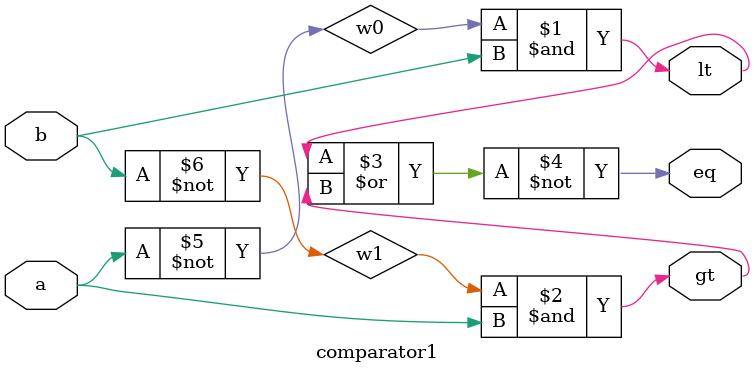
<source format=v>
module comparator1 (lt, eq, gt, a, b);

    //Output port
    output lt, eq, gt;

    //Input ports
    input a, b;

    //Wires
    wire w0, w1;

    //Structural
    not (w0, a);
    not (w1, b);
    and (lt, w0, b);
    and (gt, w1, a);
    nor (eq, lt, gt);

endmodule
    
</source>
